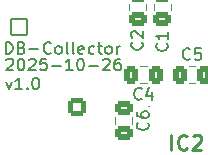
<source format=gto>
%TF.GenerationSoftware,KiCad,Pcbnew,9.0.4*%
%TF.CreationDate,2025-10-26T13:38:01-07:00*%
%TF.ProjectId,db-collector,64622d63-6f6c-46c6-9563-746f722e6b69,rev?*%
%TF.SameCoordinates,Original*%
%TF.FileFunction,Legend,Top*%
%TF.FilePolarity,Positive*%
%FSLAX46Y46*%
G04 Gerber Fmt 4.6, Leading zero omitted, Abs format (unit mm)*
G04 Created by KiCad (PCBNEW 9.0.4) date 2025-10-26 13:38:01*
%MOMM*%
%LPD*%
G01*
G04 APERTURE LIST*
G04 Aperture macros list*
%AMRoundRect*
0 Rectangle with rounded corners*
0 $1 Rounding radius*
0 $2 $3 $4 $5 $6 $7 $8 $9 X,Y pos of 4 corners*
0 Add a 4 corners polygon primitive as box body*
4,1,4,$2,$3,$4,$5,$6,$7,$8,$9,$2,$3,0*
0 Add four circle primitives for the rounded corners*
1,1,$1+$1,$2,$3*
1,1,$1+$1,$4,$5*
1,1,$1+$1,$6,$7*
1,1,$1+$1,$8,$9*
0 Add four rect primitives between the rounded corners*
20,1,$1+$1,$2,$3,$4,$5,0*
20,1,$1+$1,$4,$5,$6,$7,0*
20,1,$1+$1,$6,$7,$8,$9,0*
20,1,$1+$1,$8,$9,$2,$3,0*%
G04 Aperture macros list end*
%ADD10C,0.150000*%
%ADD11C,0.254000*%
%ADD12C,0.100000*%
%ADD13C,0.120000*%
%ADD14C,1.562000*%
%ADD15RoundRect,0.102000X-0.679000X-0.679000X0.679000X-0.679000X0.679000X0.679000X-0.679000X0.679000X0*%
%ADD16R,1.100000X0.600000*%
%ADD17R,0.975000X1.700000*%
%ADD18RoundRect,0.250000X-0.475000X0.337500X-0.475000X-0.337500X0.475000X-0.337500X0.475000X0.337500X0*%
%ADD19RoundRect,0.250000X-0.337500X-0.475000X0.337500X-0.475000X0.337500X0.475000X-0.337500X0.475000X0*%
%ADD20RoundRect,0.250000X0.337500X0.475000X-0.337500X0.475000X-0.337500X-0.475000X0.337500X-0.475000X0*%
%ADD21C,1.700000*%
%ADD22R,1.700000X1.700000*%
%ADD23RoundRect,0.250000X-0.550000X0.550000X-0.550000X-0.550000X0.550000X-0.550000X0.550000X0.550000X0*%
%ADD24C,1.600000*%
%ADD25C,1.650000*%
G04 APERTURE END LIST*
D10*
X131089160Y-86745085D02*
X131136779Y-86697466D01*
X131136779Y-86697466D02*
X131232017Y-86649847D01*
X131232017Y-86649847D02*
X131470112Y-86649847D01*
X131470112Y-86649847D02*
X131565350Y-86697466D01*
X131565350Y-86697466D02*
X131612969Y-86745085D01*
X131612969Y-86745085D02*
X131660588Y-86840323D01*
X131660588Y-86840323D02*
X131660588Y-86935561D01*
X131660588Y-86935561D02*
X131612969Y-87078418D01*
X131612969Y-87078418D02*
X131041541Y-87649847D01*
X131041541Y-87649847D02*
X131660588Y-87649847D01*
X132279636Y-86649847D02*
X132374874Y-86649847D01*
X132374874Y-86649847D02*
X132470112Y-86697466D01*
X132470112Y-86697466D02*
X132517731Y-86745085D01*
X132517731Y-86745085D02*
X132565350Y-86840323D01*
X132565350Y-86840323D02*
X132612969Y-87030799D01*
X132612969Y-87030799D02*
X132612969Y-87268894D01*
X132612969Y-87268894D02*
X132565350Y-87459370D01*
X132565350Y-87459370D02*
X132517731Y-87554608D01*
X132517731Y-87554608D02*
X132470112Y-87602228D01*
X132470112Y-87602228D02*
X132374874Y-87649847D01*
X132374874Y-87649847D02*
X132279636Y-87649847D01*
X132279636Y-87649847D02*
X132184398Y-87602228D01*
X132184398Y-87602228D02*
X132136779Y-87554608D01*
X132136779Y-87554608D02*
X132089160Y-87459370D01*
X132089160Y-87459370D02*
X132041541Y-87268894D01*
X132041541Y-87268894D02*
X132041541Y-87030799D01*
X132041541Y-87030799D02*
X132089160Y-86840323D01*
X132089160Y-86840323D02*
X132136779Y-86745085D01*
X132136779Y-86745085D02*
X132184398Y-86697466D01*
X132184398Y-86697466D02*
X132279636Y-86649847D01*
X132993922Y-86745085D02*
X133041541Y-86697466D01*
X133041541Y-86697466D02*
X133136779Y-86649847D01*
X133136779Y-86649847D02*
X133374874Y-86649847D01*
X133374874Y-86649847D02*
X133470112Y-86697466D01*
X133470112Y-86697466D02*
X133517731Y-86745085D01*
X133517731Y-86745085D02*
X133565350Y-86840323D01*
X133565350Y-86840323D02*
X133565350Y-86935561D01*
X133565350Y-86935561D02*
X133517731Y-87078418D01*
X133517731Y-87078418D02*
X132946303Y-87649847D01*
X132946303Y-87649847D02*
X133565350Y-87649847D01*
X134470112Y-86649847D02*
X133993922Y-86649847D01*
X133993922Y-86649847D02*
X133946303Y-87126037D01*
X133946303Y-87126037D02*
X133993922Y-87078418D01*
X133993922Y-87078418D02*
X134089160Y-87030799D01*
X134089160Y-87030799D02*
X134327255Y-87030799D01*
X134327255Y-87030799D02*
X134422493Y-87078418D01*
X134422493Y-87078418D02*
X134470112Y-87126037D01*
X134470112Y-87126037D02*
X134517731Y-87221275D01*
X134517731Y-87221275D02*
X134517731Y-87459370D01*
X134517731Y-87459370D02*
X134470112Y-87554608D01*
X134470112Y-87554608D02*
X134422493Y-87602228D01*
X134422493Y-87602228D02*
X134327255Y-87649847D01*
X134327255Y-87649847D02*
X134089160Y-87649847D01*
X134089160Y-87649847D02*
X133993922Y-87602228D01*
X133993922Y-87602228D02*
X133946303Y-87554608D01*
X134946303Y-87268894D02*
X135708208Y-87268894D01*
X136708207Y-87649847D02*
X136136779Y-87649847D01*
X136422493Y-87649847D02*
X136422493Y-86649847D01*
X136422493Y-86649847D02*
X136327255Y-86792704D01*
X136327255Y-86792704D02*
X136232017Y-86887942D01*
X136232017Y-86887942D02*
X136136779Y-86935561D01*
X137327255Y-86649847D02*
X137422493Y-86649847D01*
X137422493Y-86649847D02*
X137517731Y-86697466D01*
X137517731Y-86697466D02*
X137565350Y-86745085D01*
X137565350Y-86745085D02*
X137612969Y-86840323D01*
X137612969Y-86840323D02*
X137660588Y-87030799D01*
X137660588Y-87030799D02*
X137660588Y-87268894D01*
X137660588Y-87268894D02*
X137612969Y-87459370D01*
X137612969Y-87459370D02*
X137565350Y-87554608D01*
X137565350Y-87554608D02*
X137517731Y-87602228D01*
X137517731Y-87602228D02*
X137422493Y-87649847D01*
X137422493Y-87649847D02*
X137327255Y-87649847D01*
X137327255Y-87649847D02*
X137232017Y-87602228D01*
X137232017Y-87602228D02*
X137184398Y-87554608D01*
X137184398Y-87554608D02*
X137136779Y-87459370D01*
X137136779Y-87459370D02*
X137089160Y-87268894D01*
X137089160Y-87268894D02*
X137089160Y-87030799D01*
X137089160Y-87030799D02*
X137136779Y-86840323D01*
X137136779Y-86840323D02*
X137184398Y-86745085D01*
X137184398Y-86745085D02*
X137232017Y-86697466D01*
X137232017Y-86697466D02*
X137327255Y-86649847D01*
X138089160Y-87268894D02*
X138851065Y-87268894D01*
X139279636Y-86745085D02*
X139327255Y-86697466D01*
X139327255Y-86697466D02*
X139422493Y-86649847D01*
X139422493Y-86649847D02*
X139660588Y-86649847D01*
X139660588Y-86649847D02*
X139755826Y-86697466D01*
X139755826Y-86697466D02*
X139803445Y-86745085D01*
X139803445Y-86745085D02*
X139851064Y-86840323D01*
X139851064Y-86840323D02*
X139851064Y-86935561D01*
X139851064Y-86935561D02*
X139803445Y-87078418D01*
X139803445Y-87078418D02*
X139232017Y-87649847D01*
X139232017Y-87649847D02*
X139851064Y-87649847D01*
X140708207Y-86649847D02*
X140517731Y-86649847D01*
X140517731Y-86649847D02*
X140422493Y-86697466D01*
X140422493Y-86697466D02*
X140374874Y-86745085D01*
X140374874Y-86745085D02*
X140279636Y-86887942D01*
X140279636Y-86887942D02*
X140232017Y-87078418D01*
X140232017Y-87078418D02*
X140232017Y-87459370D01*
X140232017Y-87459370D02*
X140279636Y-87554608D01*
X140279636Y-87554608D02*
X140327255Y-87602228D01*
X140327255Y-87602228D02*
X140422493Y-87649847D01*
X140422493Y-87649847D02*
X140612969Y-87649847D01*
X140612969Y-87649847D02*
X140708207Y-87602228D01*
X140708207Y-87602228D02*
X140755826Y-87554608D01*
X140755826Y-87554608D02*
X140803445Y-87459370D01*
X140803445Y-87459370D02*
X140803445Y-87221275D01*
X140803445Y-87221275D02*
X140755826Y-87126037D01*
X140755826Y-87126037D02*
X140708207Y-87078418D01*
X140708207Y-87078418D02*
X140612969Y-87030799D01*
X140612969Y-87030799D02*
X140422493Y-87030799D01*
X140422493Y-87030799D02*
X140327255Y-87078418D01*
X140327255Y-87078418D02*
X140279636Y-87126037D01*
X140279636Y-87126037D02*
X140232017Y-87221275D01*
X131041541Y-88593124D02*
X131279636Y-89259791D01*
X131279636Y-89259791D02*
X131517731Y-88593124D01*
X132422493Y-89259791D02*
X131851065Y-89259791D01*
X132136779Y-89259791D02*
X132136779Y-88259791D01*
X132136779Y-88259791D02*
X132041541Y-88402648D01*
X132041541Y-88402648D02*
X131946303Y-88497886D01*
X131946303Y-88497886D02*
X131851065Y-88545505D01*
X132851065Y-89164552D02*
X132898684Y-89212172D01*
X132898684Y-89212172D02*
X132851065Y-89259791D01*
X132851065Y-89259791D02*
X132803446Y-89212172D01*
X132803446Y-89212172D02*
X132851065Y-89164552D01*
X132851065Y-89164552D02*
X132851065Y-89259791D01*
X133517731Y-88259791D02*
X133612969Y-88259791D01*
X133612969Y-88259791D02*
X133708207Y-88307410D01*
X133708207Y-88307410D02*
X133755826Y-88355029D01*
X133755826Y-88355029D02*
X133803445Y-88450267D01*
X133803445Y-88450267D02*
X133851064Y-88640743D01*
X133851064Y-88640743D02*
X133851064Y-88878838D01*
X133851064Y-88878838D02*
X133803445Y-89069314D01*
X133803445Y-89069314D02*
X133755826Y-89164552D01*
X133755826Y-89164552D02*
X133708207Y-89212172D01*
X133708207Y-89212172D02*
X133612969Y-89259791D01*
X133612969Y-89259791D02*
X133517731Y-89259791D01*
X133517731Y-89259791D02*
X133422493Y-89212172D01*
X133422493Y-89212172D02*
X133374874Y-89164552D01*
X133374874Y-89164552D02*
X133327255Y-89069314D01*
X133327255Y-89069314D02*
X133279636Y-88878838D01*
X133279636Y-88878838D02*
X133279636Y-88640743D01*
X133279636Y-88640743D02*
X133327255Y-88450267D01*
X133327255Y-88450267D02*
X133374874Y-88355029D01*
X133374874Y-88355029D02*
X133422493Y-88307410D01*
X133422493Y-88307410D02*
X133517731Y-88259791D01*
X131038094Y-86254819D02*
X131038094Y-85254819D01*
X131038094Y-85254819D02*
X131276189Y-85254819D01*
X131276189Y-85254819D02*
X131419046Y-85302438D01*
X131419046Y-85302438D02*
X131514284Y-85397676D01*
X131514284Y-85397676D02*
X131561903Y-85492914D01*
X131561903Y-85492914D02*
X131609522Y-85683390D01*
X131609522Y-85683390D02*
X131609522Y-85826247D01*
X131609522Y-85826247D02*
X131561903Y-86016723D01*
X131561903Y-86016723D02*
X131514284Y-86111961D01*
X131514284Y-86111961D02*
X131419046Y-86207200D01*
X131419046Y-86207200D02*
X131276189Y-86254819D01*
X131276189Y-86254819D02*
X131038094Y-86254819D01*
X132371427Y-85731009D02*
X132514284Y-85778628D01*
X132514284Y-85778628D02*
X132561903Y-85826247D01*
X132561903Y-85826247D02*
X132609522Y-85921485D01*
X132609522Y-85921485D02*
X132609522Y-86064342D01*
X132609522Y-86064342D02*
X132561903Y-86159580D01*
X132561903Y-86159580D02*
X132514284Y-86207200D01*
X132514284Y-86207200D02*
X132419046Y-86254819D01*
X132419046Y-86254819D02*
X132038094Y-86254819D01*
X132038094Y-86254819D02*
X132038094Y-85254819D01*
X132038094Y-85254819D02*
X132371427Y-85254819D01*
X132371427Y-85254819D02*
X132466665Y-85302438D01*
X132466665Y-85302438D02*
X132514284Y-85350057D01*
X132514284Y-85350057D02*
X132561903Y-85445295D01*
X132561903Y-85445295D02*
X132561903Y-85540533D01*
X132561903Y-85540533D02*
X132514284Y-85635771D01*
X132514284Y-85635771D02*
X132466665Y-85683390D01*
X132466665Y-85683390D02*
X132371427Y-85731009D01*
X132371427Y-85731009D02*
X132038094Y-85731009D01*
X133038094Y-85873866D02*
X133799999Y-85873866D01*
X134847617Y-86159580D02*
X134799998Y-86207200D01*
X134799998Y-86207200D02*
X134657141Y-86254819D01*
X134657141Y-86254819D02*
X134561903Y-86254819D01*
X134561903Y-86254819D02*
X134419046Y-86207200D01*
X134419046Y-86207200D02*
X134323808Y-86111961D01*
X134323808Y-86111961D02*
X134276189Y-86016723D01*
X134276189Y-86016723D02*
X134228570Y-85826247D01*
X134228570Y-85826247D02*
X134228570Y-85683390D01*
X134228570Y-85683390D02*
X134276189Y-85492914D01*
X134276189Y-85492914D02*
X134323808Y-85397676D01*
X134323808Y-85397676D02*
X134419046Y-85302438D01*
X134419046Y-85302438D02*
X134561903Y-85254819D01*
X134561903Y-85254819D02*
X134657141Y-85254819D01*
X134657141Y-85254819D02*
X134799998Y-85302438D01*
X134799998Y-85302438D02*
X134847617Y-85350057D01*
X135419046Y-86254819D02*
X135323808Y-86207200D01*
X135323808Y-86207200D02*
X135276189Y-86159580D01*
X135276189Y-86159580D02*
X135228570Y-86064342D01*
X135228570Y-86064342D02*
X135228570Y-85778628D01*
X135228570Y-85778628D02*
X135276189Y-85683390D01*
X135276189Y-85683390D02*
X135323808Y-85635771D01*
X135323808Y-85635771D02*
X135419046Y-85588152D01*
X135419046Y-85588152D02*
X135561903Y-85588152D01*
X135561903Y-85588152D02*
X135657141Y-85635771D01*
X135657141Y-85635771D02*
X135704760Y-85683390D01*
X135704760Y-85683390D02*
X135752379Y-85778628D01*
X135752379Y-85778628D02*
X135752379Y-86064342D01*
X135752379Y-86064342D02*
X135704760Y-86159580D01*
X135704760Y-86159580D02*
X135657141Y-86207200D01*
X135657141Y-86207200D02*
X135561903Y-86254819D01*
X135561903Y-86254819D02*
X135419046Y-86254819D01*
X136323808Y-86254819D02*
X136228570Y-86207200D01*
X136228570Y-86207200D02*
X136180951Y-86111961D01*
X136180951Y-86111961D02*
X136180951Y-85254819D01*
X136847618Y-86254819D02*
X136752380Y-86207200D01*
X136752380Y-86207200D02*
X136704761Y-86111961D01*
X136704761Y-86111961D02*
X136704761Y-85254819D01*
X137609523Y-86207200D02*
X137514285Y-86254819D01*
X137514285Y-86254819D02*
X137323809Y-86254819D01*
X137323809Y-86254819D02*
X137228571Y-86207200D01*
X137228571Y-86207200D02*
X137180952Y-86111961D01*
X137180952Y-86111961D02*
X137180952Y-85731009D01*
X137180952Y-85731009D02*
X137228571Y-85635771D01*
X137228571Y-85635771D02*
X137323809Y-85588152D01*
X137323809Y-85588152D02*
X137514285Y-85588152D01*
X137514285Y-85588152D02*
X137609523Y-85635771D01*
X137609523Y-85635771D02*
X137657142Y-85731009D01*
X137657142Y-85731009D02*
X137657142Y-85826247D01*
X137657142Y-85826247D02*
X137180952Y-85921485D01*
X138514285Y-86207200D02*
X138419047Y-86254819D01*
X138419047Y-86254819D02*
X138228571Y-86254819D01*
X138228571Y-86254819D02*
X138133333Y-86207200D01*
X138133333Y-86207200D02*
X138085714Y-86159580D01*
X138085714Y-86159580D02*
X138038095Y-86064342D01*
X138038095Y-86064342D02*
X138038095Y-85778628D01*
X138038095Y-85778628D02*
X138085714Y-85683390D01*
X138085714Y-85683390D02*
X138133333Y-85635771D01*
X138133333Y-85635771D02*
X138228571Y-85588152D01*
X138228571Y-85588152D02*
X138419047Y-85588152D01*
X138419047Y-85588152D02*
X138514285Y-85635771D01*
X138800000Y-85588152D02*
X139180952Y-85588152D01*
X138942857Y-85254819D02*
X138942857Y-86111961D01*
X138942857Y-86111961D02*
X138990476Y-86207200D01*
X138990476Y-86207200D02*
X139085714Y-86254819D01*
X139085714Y-86254819D02*
X139180952Y-86254819D01*
X139657143Y-86254819D02*
X139561905Y-86207200D01*
X139561905Y-86207200D02*
X139514286Y-86159580D01*
X139514286Y-86159580D02*
X139466667Y-86064342D01*
X139466667Y-86064342D02*
X139466667Y-85778628D01*
X139466667Y-85778628D02*
X139514286Y-85683390D01*
X139514286Y-85683390D02*
X139561905Y-85635771D01*
X139561905Y-85635771D02*
X139657143Y-85588152D01*
X139657143Y-85588152D02*
X139800000Y-85588152D01*
X139800000Y-85588152D02*
X139895238Y-85635771D01*
X139895238Y-85635771D02*
X139942857Y-85683390D01*
X139942857Y-85683390D02*
X139990476Y-85778628D01*
X139990476Y-85778628D02*
X139990476Y-86064342D01*
X139990476Y-86064342D02*
X139942857Y-86159580D01*
X139942857Y-86159580D02*
X139895238Y-86207200D01*
X139895238Y-86207200D02*
X139800000Y-86254819D01*
X139800000Y-86254819D02*
X139657143Y-86254819D01*
X140419048Y-86254819D02*
X140419048Y-85588152D01*
X140419048Y-85778628D02*
X140466667Y-85683390D01*
X140466667Y-85683390D02*
X140514286Y-85635771D01*
X140514286Y-85635771D02*
X140609524Y-85588152D01*
X140609524Y-85588152D02*
X140704762Y-85588152D01*
D11*
X145060237Y-94374318D02*
X145060237Y-93104318D01*
X146390714Y-94253365D02*
X146330238Y-94313842D01*
X146330238Y-94313842D02*
X146148809Y-94374318D01*
X146148809Y-94374318D02*
X146027857Y-94374318D01*
X146027857Y-94374318D02*
X145846428Y-94313842D01*
X145846428Y-94313842D02*
X145725476Y-94192889D01*
X145725476Y-94192889D02*
X145664999Y-94071937D01*
X145664999Y-94071937D02*
X145604523Y-93830032D01*
X145604523Y-93830032D02*
X145604523Y-93648603D01*
X145604523Y-93648603D02*
X145664999Y-93406699D01*
X145664999Y-93406699D02*
X145725476Y-93285746D01*
X145725476Y-93285746D02*
X145846428Y-93164794D01*
X145846428Y-93164794D02*
X146027857Y-93104318D01*
X146027857Y-93104318D02*
X146148809Y-93104318D01*
X146148809Y-93104318D02*
X146330238Y-93164794D01*
X146330238Y-93164794D02*
X146390714Y-93225270D01*
X146874523Y-93225270D02*
X146934999Y-93164794D01*
X146934999Y-93164794D02*
X147055952Y-93104318D01*
X147055952Y-93104318D02*
X147358333Y-93104318D01*
X147358333Y-93104318D02*
X147479285Y-93164794D01*
X147479285Y-93164794D02*
X147539761Y-93225270D01*
X147539761Y-93225270D02*
X147600238Y-93346222D01*
X147600238Y-93346222D02*
X147600238Y-93467175D01*
X147600238Y-93467175D02*
X147539761Y-93648603D01*
X147539761Y-93648603D02*
X146814047Y-94374318D01*
X146814047Y-94374318D02*
X147600238Y-94374318D01*
D10*
X143039580Y-92066666D02*
X143087200Y-92114285D01*
X143087200Y-92114285D02*
X143134819Y-92257142D01*
X143134819Y-92257142D02*
X143134819Y-92352380D01*
X143134819Y-92352380D02*
X143087200Y-92495237D01*
X143087200Y-92495237D02*
X142991961Y-92590475D01*
X142991961Y-92590475D02*
X142896723Y-92638094D01*
X142896723Y-92638094D02*
X142706247Y-92685713D01*
X142706247Y-92685713D02*
X142563390Y-92685713D01*
X142563390Y-92685713D02*
X142372914Y-92638094D01*
X142372914Y-92638094D02*
X142277676Y-92590475D01*
X142277676Y-92590475D02*
X142182438Y-92495237D01*
X142182438Y-92495237D02*
X142134819Y-92352380D01*
X142134819Y-92352380D02*
X142134819Y-92257142D01*
X142134819Y-92257142D02*
X142182438Y-92114285D01*
X142182438Y-92114285D02*
X142230057Y-92066666D01*
X142134819Y-91209523D02*
X142134819Y-91399999D01*
X142134819Y-91399999D02*
X142182438Y-91495237D01*
X142182438Y-91495237D02*
X142230057Y-91542856D01*
X142230057Y-91542856D02*
X142372914Y-91638094D01*
X142372914Y-91638094D02*
X142563390Y-91685713D01*
X142563390Y-91685713D02*
X142944342Y-91685713D01*
X142944342Y-91685713D02*
X143039580Y-91638094D01*
X143039580Y-91638094D02*
X143087200Y-91590475D01*
X143087200Y-91590475D02*
X143134819Y-91495237D01*
X143134819Y-91495237D02*
X143134819Y-91304761D01*
X143134819Y-91304761D02*
X143087200Y-91209523D01*
X143087200Y-91209523D02*
X143039580Y-91161904D01*
X143039580Y-91161904D02*
X142944342Y-91114285D01*
X142944342Y-91114285D02*
X142706247Y-91114285D01*
X142706247Y-91114285D02*
X142611009Y-91161904D01*
X142611009Y-91161904D02*
X142563390Y-91209523D01*
X142563390Y-91209523D02*
X142515771Y-91304761D01*
X142515771Y-91304761D02*
X142515771Y-91495237D01*
X142515771Y-91495237D02*
X142563390Y-91590475D01*
X142563390Y-91590475D02*
X142611009Y-91638094D01*
X142611009Y-91638094D02*
X142706247Y-91685713D01*
X146633333Y-86679580D02*
X146585714Y-86727200D01*
X146585714Y-86727200D02*
X146442857Y-86774819D01*
X146442857Y-86774819D02*
X146347619Y-86774819D01*
X146347619Y-86774819D02*
X146204762Y-86727200D01*
X146204762Y-86727200D02*
X146109524Y-86631961D01*
X146109524Y-86631961D02*
X146061905Y-86536723D01*
X146061905Y-86536723D02*
X146014286Y-86346247D01*
X146014286Y-86346247D02*
X146014286Y-86203390D01*
X146014286Y-86203390D02*
X146061905Y-86012914D01*
X146061905Y-86012914D02*
X146109524Y-85917676D01*
X146109524Y-85917676D02*
X146204762Y-85822438D01*
X146204762Y-85822438D02*
X146347619Y-85774819D01*
X146347619Y-85774819D02*
X146442857Y-85774819D01*
X146442857Y-85774819D02*
X146585714Y-85822438D01*
X146585714Y-85822438D02*
X146633333Y-85870057D01*
X147538095Y-85774819D02*
X147061905Y-85774819D01*
X147061905Y-85774819D02*
X147014286Y-86251009D01*
X147014286Y-86251009D02*
X147061905Y-86203390D01*
X147061905Y-86203390D02*
X147157143Y-86155771D01*
X147157143Y-86155771D02*
X147395238Y-86155771D01*
X147395238Y-86155771D02*
X147490476Y-86203390D01*
X147490476Y-86203390D02*
X147538095Y-86251009D01*
X147538095Y-86251009D02*
X147585714Y-86346247D01*
X147585714Y-86346247D02*
X147585714Y-86584342D01*
X147585714Y-86584342D02*
X147538095Y-86679580D01*
X147538095Y-86679580D02*
X147490476Y-86727200D01*
X147490476Y-86727200D02*
X147395238Y-86774819D01*
X147395238Y-86774819D02*
X147157143Y-86774819D01*
X147157143Y-86774819D02*
X147061905Y-86727200D01*
X147061905Y-86727200D02*
X147014286Y-86679580D01*
X142533333Y-90039580D02*
X142485714Y-90087200D01*
X142485714Y-90087200D02*
X142342857Y-90134819D01*
X142342857Y-90134819D02*
X142247619Y-90134819D01*
X142247619Y-90134819D02*
X142104762Y-90087200D01*
X142104762Y-90087200D02*
X142009524Y-89991961D01*
X142009524Y-89991961D02*
X141961905Y-89896723D01*
X141961905Y-89896723D02*
X141914286Y-89706247D01*
X141914286Y-89706247D02*
X141914286Y-89563390D01*
X141914286Y-89563390D02*
X141961905Y-89372914D01*
X141961905Y-89372914D02*
X142009524Y-89277676D01*
X142009524Y-89277676D02*
X142104762Y-89182438D01*
X142104762Y-89182438D02*
X142247619Y-89134819D01*
X142247619Y-89134819D02*
X142342857Y-89134819D01*
X142342857Y-89134819D02*
X142485714Y-89182438D01*
X142485714Y-89182438D02*
X142533333Y-89230057D01*
X143390476Y-89468152D02*
X143390476Y-90134819D01*
X143152381Y-89087200D02*
X142914286Y-89801485D01*
X142914286Y-89801485D02*
X143533333Y-89801485D01*
X142559580Y-85266666D02*
X142607200Y-85314285D01*
X142607200Y-85314285D02*
X142654819Y-85457142D01*
X142654819Y-85457142D02*
X142654819Y-85552380D01*
X142654819Y-85552380D02*
X142607200Y-85695237D01*
X142607200Y-85695237D02*
X142511961Y-85790475D01*
X142511961Y-85790475D02*
X142416723Y-85838094D01*
X142416723Y-85838094D02*
X142226247Y-85885713D01*
X142226247Y-85885713D02*
X142083390Y-85885713D01*
X142083390Y-85885713D02*
X141892914Y-85838094D01*
X141892914Y-85838094D02*
X141797676Y-85790475D01*
X141797676Y-85790475D02*
X141702438Y-85695237D01*
X141702438Y-85695237D02*
X141654819Y-85552380D01*
X141654819Y-85552380D02*
X141654819Y-85457142D01*
X141654819Y-85457142D02*
X141702438Y-85314285D01*
X141702438Y-85314285D02*
X141750057Y-85266666D01*
X141750057Y-84885713D02*
X141702438Y-84838094D01*
X141702438Y-84838094D02*
X141654819Y-84742856D01*
X141654819Y-84742856D02*
X141654819Y-84504761D01*
X141654819Y-84504761D02*
X141702438Y-84409523D01*
X141702438Y-84409523D02*
X141750057Y-84361904D01*
X141750057Y-84361904D02*
X141845295Y-84314285D01*
X141845295Y-84314285D02*
X141940533Y-84314285D01*
X141940533Y-84314285D02*
X142083390Y-84361904D01*
X142083390Y-84361904D02*
X142654819Y-84933332D01*
X142654819Y-84933332D02*
X142654819Y-84314285D01*
X144659580Y-85366666D02*
X144707200Y-85414285D01*
X144707200Y-85414285D02*
X144754819Y-85557142D01*
X144754819Y-85557142D02*
X144754819Y-85652380D01*
X144754819Y-85652380D02*
X144707200Y-85795237D01*
X144707200Y-85795237D02*
X144611961Y-85890475D01*
X144611961Y-85890475D02*
X144516723Y-85938094D01*
X144516723Y-85938094D02*
X144326247Y-85985713D01*
X144326247Y-85985713D02*
X144183390Y-85985713D01*
X144183390Y-85985713D02*
X143992914Y-85938094D01*
X143992914Y-85938094D02*
X143897676Y-85890475D01*
X143897676Y-85890475D02*
X143802438Y-85795237D01*
X143802438Y-85795237D02*
X143754819Y-85652380D01*
X143754819Y-85652380D02*
X143754819Y-85557142D01*
X143754819Y-85557142D02*
X143802438Y-85414285D01*
X143802438Y-85414285D02*
X143850057Y-85366666D01*
X144754819Y-84414285D02*
X144754819Y-84985713D01*
X144754819Y-84699999D02*
X143754819Y-84699999D01*
X143754819Y-84699999D02*
X143897676Y-84795237D01*
X143897676Y-84795237D02*
X143992914Y-84890475D01*
X143992914Y-84890475D02*
X144040533Y-84985713D01*
D12*
%TO.C,IC2*%
X143100000Y-90700000D02*
X143100000Y-90700000D01*
X143200000Y-90700000D02*
X143200000Y-90700000D01*
X143100000Y-90700000D02*
G75*
G02*
X143200000Y-90700000I50000J0D01*
G01*
X143200000Y-90700000D02*
G75*
G02*
X143100000Y-90700000I-50000J0D01*
G01*
D13*
%TO.C,C6*%
X141735000Y-91638748D02*
X141735000Y-92161252D01*
X140265000Y-91638748D02*
X140265000Y-92161252D01*
%TO.C,C5*%
X146538748Y-87265000D02*
X147061252Y-87265000D01*
X146538748Y-88735000D02*
X147061252Y-88735000D01*
%TO.C,C4*%
X142961252Y-88735000D02*
X142438748Y-88735000D01*
X142961252Y-87265000D02*
X142438748Y-87265000D01*
%TO.C,C2*%
X141465000Y-82038748D02*
X141465000Y-82561252D01*
X142935000Y-82038748D02*
X142935000Y-82561252D01*
%TO.C,C1*%
X143565000Y-82038748D02*
X143565000Y-82561252D01*
X145035000Y-82038748D02*
X145035000Y-82561252D01*
%TD*%
%LPC*%
D14*
%TO.C,U1*%
X147420000Y-83956500D03*
X147420000Y-81416500D03*
X147420000Y-78876500D03*
X147420000Y-76336500D03*
X147420000Y-73796500D03*
X147420000Y-71256500D03*
X147420000Y-68716500D03*
X132180000Y-68716500D03*
X132180000Y-71256500D03*
X132180000Y-73796500D03*
X132180000Y-76336500D03*
X132180000Y-78876500D03*
X132180000Y-81416500D03*
D15*
X132180000Y-83956500D03*
%TD*%
D16*
%TO.C,IC2*%
X144200000Y-90700000D03*
X144200000Y-91650000D03*
X144200000Y-92600000D03*
X146800000Y-92600000D03*
X146800000Y-90700000D03*
D17*
X145500000Y-91650000D03*
%TD*%
D18*
%TO.C,C6*%
X141000000Y-90862500D03*
X141000000Y-92937500D03*
%TD*%
D19*
%TO.C,C5*%
X145762500Y-88000000D03*
X147837500Y-88000000D03*
%TD*%
D20*
%TO.C,C4*%
X143737500Y-88000000D03*
X141662500Y-88000000D03*
%TD*%
D21*
%TO.C,J1*%
X132500000Y-92965000D03*
D22*
X132500000Y-90425000D03*
%TD*%
D18*
%TO.C,C2*%
X142200000Y-83337500D03*
X142200000Y-81262500D03*
%TD*%
%TO.C,C1*%
X144300000Y-83337500D03*
X144300000Y-81262500D03*
%TD*%
D23*
%TO.C,C10*%
X137100000Y-90744888D03*
D24*
X137100000Y-92744888D03*
%TD*%
D22*
%TO.C,D3*%
X143500000Y-78375000D03*
D21*
X143500000Y-75835000D03*
%TD*%
D22*
%TO.C,D2*%
X139800000Y-78375000D03*
D21*
X139800000Y-75835000D03*
%TD*%
D22*
%TO.C,D1*%
X136100000Y-78375000D03*
D21*
X136100000Y-75835000D03*
%TD*%
D25*
%TO.C,IC1*%
X139800000Y-64772500D03*
%TD*%
%LPD*%
M02*

</source>
